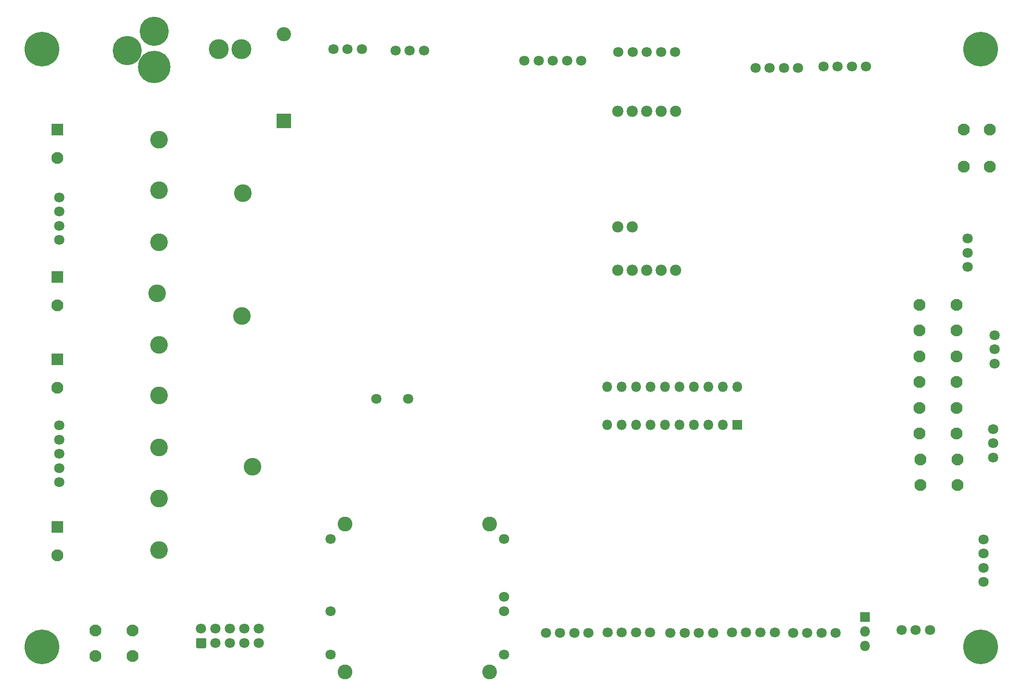
<source format=gbr>
%TF.GenerationSoftware,KiCad,Pcbnew,(5.1.6)-1*%
%TF.CreationDate,2021-03-23T13:45:06+09:00*%
%TF.ProjectId,FIG_DISPENSER_v1.0,4649475f-4449-4535-9045-4e5345525f76,rev?*%
%TF.SameCoordinates,Original*%
%TF.FileFunction,Soldermask,Bot*%
%TF.FilePolarity,Negative*%
%FSLAX46Y46*%
G04 Gerber Fmt 4.6, Leading zero omitted, Abs format (unit mm)*
G04 Created by KiCad (PCBNEW (5.1.6)-1) date 2021-03-23 13:45:06*
%MOMM*%
%LPD*%
G01*
G04 APERTURE LIST*
%ADD10C,3.500000*%
%ADD11C,3.100000*%
%ADD12C,1.800000*%
%ADD13C,2.100000*%
%ADD14R,2.100000X2.100000*%
%ADD15O,1.800000X1.800000*%
%ADD16R,1.800000X1.800000*%
%ADD17O,2.500000X2.500000*%
%ADD18R,2.500000X2.500000*%
%ADD19C,6.100000*%
%ADD20C,0.900000*%
%ADD21C,2.600000*%
%ADD22C,1.979600*%
%ADD23C,5.704000*%
%ADD24C,5.128000*%
G04 APERTURE END LIST*
D10*
%TO.C,J22*%
X75080000Y-29975000D03*
X71120000Y-29975000D03*
%TD*%
D11*
%TO.C,J5*%
X75355000Y-55261000D03*
%TD*%
%TO.C,J8*%
X60587500Y-99957000D03*
%TD*%
%TO.C,J9*%
X60587500Y-63889000D03*
%TD*%
%TO.C,J7*%
X77005000Y-103403000D03*
%TD*%
%TO.C,J11*%
X60265000Y-72911000D03*
%TD*%
D12*
%TO.C,J17*%
X43059000Y-56031000D03*
X43059000Y-58531000D03*
X43059000Y-61031000D03*
X43059000Y-63531000D03*
%TD*%
%TO.C,J16*%
X168770000Y-132495000D03*
X166270000Y-132495000D03*
X163770000Y-132495000D03*
X161270000Y-132495000D03*
%TD*%
D11*
%TO.C,J10*%
X60587500Y-108974000D03*
%TD*%
D12*
%TO.C,J15*%
X150440000Y-132595000D03*
X152940000Y-132595000D03*
X155440000Y-132595000D03*
X157940000Y-132595000D03*
%TD*%
%TO.C,J14*%
X139400000Y-132495000D03*
X141900000Y-132495000D03*
X144400000Y-132495000D03*
X146900000Y-132495000D03*
%TD*%
%TO.C,J13*%
X136070000Y-132541000D03*
X133570000Y-132541000D03*
X131070000Y-132541000D03*
X128570000Y-132541000D03*
%TD*%
D11*
%TO.C,J6*%
X75155000Y-76887000D03*
%TD*%
%TO.C,J12*%
X60587500Y-117991000D03*
%TD*%
D12*
%TO.C,J19*%
X43059000Y-103621000D03*
X43059000Y-101121000D03*
X43059000Y-98621000D03*
X43059000Y-96121000D03*
X43059000Y-106121000D03*
%TD*%
D11*
%TO.C,J4*%
X60587500Y-90813000D03*
%TD*%
D13*
%TO.C,C30*%
X42759000Y-118971000D03*
D14*
X42759000Y-113971000D03*
%TD*%
%TO.C,C37*%
X42759000Y-84491000D03*
D13*
X42759000Y-89491000D03*
%TD*%
D14*
%TO.C,C33*%
X42759000Y-69991000D03*
D13*
X42759000Y-74991000D03*
%TD*%
D14*
%TO.C,C25*%
X42759000Y-44131000D03*
D13*
X42759000Y-49131000D03*
%TD*%
%TO.C,J24*%
G36*
G01*
X68642294Y-135271000D02*
X67371706Y-135271000D01*
G75*
G02*
X67107000Y-135006294I0J264706D01*
G01*
X67107000Y-133735706D01*
G75*
G02*
X67371706Y-133471000I264706J0D01*
G01*
X68642294Y-133471000D01*
G75*
G02*
X68907000Y-133735706I0J-264706D01*
G01*
X68907000Y-135006294D01*
G75*
G02*
X68642294Y-135271000I-264706J0D01*
G01*
G37*
D12*
X70547000Y-134371000D03*
X73087000Y-134371000D03*
X75627000Y-134371000D03*
X78167000Y-134371000D03*
X68007000Y-131831000D03*
X70547000Y-131831000D03*
X73087000Y-131831000D03*
X75627000Y-131831000D03*
X78167000Y-131831000D03*
%TD*%
D15*
%TO.C,J18*%
X184610000Y-134840000D03*
X184610000Y-132300000D03*
D16*
X184610000Y-129760000D03*
%TD*%
D12*
%TO.C,BZ1*%
X104400000Y-91440000D03*
X98800000Y-91440000D03*
%TD*%
D17*
%TO.C,D8*%
X82525000Y-27360000D03*
D18*
X82525000Y-42600000D03*
%TD*%
D19*
%TO.C,H2*%
X40000000Y-30000000D03*
D20*
X42250000Y-30000000D03*
X41590990Y-31590990D03*
X40000000Y-32250000D03*
X38409010Y-31590990D03*
X37750000Y-30000000D03*
X38409010Y-28409010D03*
X40000000Y-27750000D03*
X41590990Y-28409010D03*
%TD*%
%TO.C,H3*%
X206590990Y-133409010D03*
X205000000Y-132750000D03*
X203409010Y-133409010D03*
X202750000Y-135000000D03*
X203409010Y-136590990D03*
X205000000Y-137250000D03*
X206590990Y-136590990D03*
X207250000Y-135000000D03*
D19*
X205000000Y-135000000D03*
%TD*%
%TO.C,H4*%
X205000000Y-30000000D03*
D20*
X207250000Y-30000000D03*
X206590990Y-31590990D03*
X205000000Y-32250000D03*
X203409010Y-31590990D03*
X202750000Y-30000000D03*
X203409010Y-28409010D03*
X205000000Y-27750000D03*
X206590990Y-28409010D03*
%TD*%
D11*
%TO.C,J2*%
X60587500Y-81923000D03*
%TD*%
%TO.C,J3*%
X60587500Y-54745000D03*
%TD*%
D20*
%TO.C,H5*%
X41590990Y-133409010D03*
X40000000Y-132750000D03*
X38409010Y-133409010D03*
X37750000Y-135000000D03*
X38409010Y-136590990D03*
X40000000Y-137250000D03*
X41590990Y-136590990D03*
X42250000Y-135000000D03*
D19*
X40000000Y-135000000D03*
%TD*%
D11*
%TO.C,J1*%
X60587500Y-45855000D03*
%TD*%
D12*
%TO.C,J21*%
X172018000Y-132588000D03*
X174518000Y-132588000D03*
X177018000Y-132588000D03*
X179518000Y-132588000D03*
%TD*%
%TO.C,J23*%
X202692000Y-68246000D03*
X202692000Y-65746000D03*
X202692000Y-63246000D03*
%TD*%
%TO.C,J25*%
X107168000Y-30226000D03*
X104668000Y-30226000D03*
X102168000Y-30226000D03*
%TD*%
%TO.C,J26*%
X91246000Y-29972000D03*
X93746000Y-29972000D03*
X96246000Y-29972000D03*
%TD*%
%TO.C,J29*%
X205486000Y-116138000D03*
X205486000Y-118638000D03*
X205486000Y-121138000D03*
X205486000Y-123638000D03*
%TD*%
%TO.C,U15*%
X90733000Y-116088000D03*
X90733000Y-128788000D03*
X90733000Y-136408000D03*
X121213000Y-136408000D03*
X121213000Y-128788000D03*
X121213000Y-126248000D03*
X121213000Y-116088000D03*
D21*
X93273000Y-113458000D03*
X118673000Y-113458000D03*
X93273000Y-139458000D03*
X118673000Y-139458000D03*
%TD*%
D13*
%TO.C,SW1*%
X200702000Y-74939000D03*
X200702000Y-79439000D03*
X194202000Y-74939000D03*
X194202000Y-79439000D03*
%TD*%
%TO.C,SW2*%
X194242000Y-88499000D03*
X194242000Y-83999000D03*
X200742000Y-88499000D03*
X200742000Y-83999000D03*
%TD*%
%TO.C,SW3*%
X194202000Y-97509000D03*
X194202000Y-93009000D03*
X200702000Y-97509000D03*
X200702000Y-93009000D03*
%TD*%
%TO.C,STM_RST*%
X55906000Y-132161000D03*
X55906000Y-136661000D03*
X49406000Y-132161000D03*
X49406000Y-136661000D03*
%TD*%
%TO.C,SW6*%
X202033000Y-44113000D03*
X206533000Y-44113000D03*
X202033000Y-50613000D03*
X206533000Y-50613000D03*
%TD*%
%TO.C,SW4*%
X200866000Y-102104000D03*
X200866000Y-106604000D03*
X194366000Y-102104000D03*
X194366000Y-106604000D03*
%TD*%
D12*
%TO.C,J33*%
X191068000Y-132080000D03*
X193568000Y-132080000D03*
X196068000Y-132080000D03*
%TD*%
%TO.C,J34*%
X172914000Y-33274000D03*
X170414000Y-33274000D03*
X167914000Y-33274000D03*
X165414000Y-33274000D03*
%TD*%
%TO.C,J35*%
X177352000Y-33020000D03*
X179852000Y-33020000D03*
X182352000Y-33020000D03*
X184852000Y-33020000D03*
%TD*%
D22*
%TO.C,U13*%
X141224000Y-40894000D03*
X143764000Y-40894000D03*
X146304000Y-40894000D03*
X148844000Y-40894000D03*
X151384000Y-40894000D03*
X151384000Y-68834000D03*
X148844000Y-68834000D03*
X146304000Y-68834000D03*
X143764000Y-68834000D03*
X141224000Y-68834000D03*
X143764000Y-61214000D03*
X141224000Y-61214000D03*
%TD*%
D12*
%TO.C,J20*%
X127294000Y-32004000D03*
X129794000Y-32004000D03*
X132294000Y-32004000D03*
X134794000Y-32004000D03*
X124794000Y-32004000D03*
%TD*%
%TO.C,J27*%
X207426000Y-80254000D03*
X207426000Y-82754000D03*
X207426000Y-85254000D03*
%TD*%
%TO.C,J28*%
X207186000Y-101744000D03*
X207186000Y-99244000D03*
X207186000Y-96744000D03*
%TD*%
D23*
%TO.C,J30*%
X59780000Y-33100000D03*
D24*
X59780000Y-26800000D03*
X54980000Y-30200000D03*
%TD*%
D12*
%TO.C,J31*%
X143804000Y-30480000D03*
X146304000Y-30480000D03*
X148804000Y-30480000D03*
X151304000Y-30480000D03*
X141304000Y-30480000D03*
%TD*%
D16*
%TO.C,J32*%
X162180000Y-96010000D03*
D15*
X162180000Y-89280000D03*
X159640000Y-96010000D03*
X159640000Y-89280000D03*
X157100000Y-96010000D03*
X157100000Y-89280000D03*
X154560000Y-96010000D03*
X154560000Y-89280000D03*
X152020000Y-96010000D03*
X152020000Y-89280000D03*
X149480000Y-96010000D03*
X149480000Y-89280000D03*
X146940000Y-96010000D03*
X146940000Y-89280000D03*
X144400000Y-96010000D03*
X144400000Y-89280000D03*
X141860000Y-96010000D03*
X141860000Y-89280000D03*
X139320000Y-96010000D03*
X139320000Y-89280000D03*
%TD*%
M02*

</source>
